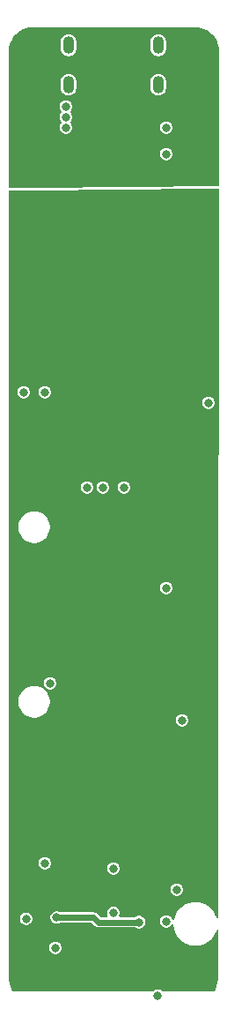
<source format=gbr>
%TF.GenerationSoftware,KiCad,Pcbnew,9.0.3*%
%TF.CreationDate,2025-08-03T17:32:48-04:00*%
%TF.ProjectId,Photon,50686f74-6f6e-42e6-9b69-6361645f7063,rev?*%
%TF.SameCoordinates,Original*%
%TF.FileFunction,Copper,L3,Inr*%
%TF.FilePolarity,Positive*%
%FSLAX46Y46*%
G04 Gerber Fmt 4.6, Leading zero omitted, Abs format (unit mm)*
G04 Created by KiCad (PCBNEW 9.0.3) date 2025-08-03 17:32:48*
%MOMM*%
%LPD*%
G01*
G04 APERTURE LIST*
%TA.AperFunction,ComponentPad*%
%ADD10O,1.100000X1.700000*%
%TD*%
%TA.AperFunction,ViaPad*%
%ADD11C,0.800000*%
%TD*%
%TA.AperFunction,Conductor*%
%ADD12C,0.600000*%
%TD*%
G04 APERTURE END LIST*
D10*
%TO.N,GND*%
%TO.C,P1*%
X57152000Y-26368000D03*
X57152000Y-22568000D03*
X48512000Y-26368000D03*
X48512000Y-22568000D03*
%TD*%
D11*
%TO.N,GND*%
X46736000Y-83820000D03*
X61976000Y-56896000D03*
X58928000Y-103632000D03*
X47244000Y-109220000D03*
X57912000Y-33020000D03*
X57912000Y-30480000D03*
X57912000Y-74676000D03*
X59436000Y-87376000D03*
X51816000Y-65024000D03*
X57107000Y-113792000D03*
X44196000Y-55880000D03*
X46228000Y-55880000D03*
X53848000Y-65024000D03*
%TO.N,/3V6*%
X55880000Y-61976000D03*
X48768000Y-65024000D03*
X57912000Y-61976000D03*
X53848000Y-46228000D03*
X59944000Y-61976000D03*
X48260000Y-69088000D03*
X51562000Y-96774000D03*
X57404000Y-109220000D03*
X48260000Y-80264000D03*
%TO.N,-BATT*%
X55295000Y-106757000D03*
X47377500Y-106305500D03*
X57912000Y-106680000D03*
%TO.N,+BATT*%
X44437000Y-106439000D03*
X50292000Y-65024000D03*
X46228000Y-101092000D03*
X48260000Y-29464000D03*
X48260000Y-28448000D03*
X48260000Y-30480000D03*
%TO.N,VCC*%
X48260000Y-34036000D03*
X58420000Y-29400000D03*
X52832000Y-24384000D03*
%TO.N,/MISO_BTN*%
X52832000Y-105856000D03*
X52832000Y-101600000D03*
%TD*%
D12*
%TO.N,-BATT*%
X50933500Y-106305500D02*
X47377500Y-106305500D01*
X55295000Y-106757000D02*
X51385000Y-106757000D01*
X51385000Y-106757000D02*
X50933500Y-106305500D01*
%TD*%
%TA.AperFunction,Conductor*%
%TO.N,VCC*%
G36*
X45200358Y-20820487D02*
G01*
X45255098Y-20822976D01*
X45266090Y-20820559D01*
X60816519Y-20837546D01*
X60824770Y-20837900D01*
X61077876Y-20859401D01*
X61089508Y-20861090D01*
X61338298Y-20912463D01*
X61349632Y-20915515D01*
X61570757Y-20989411D01*
X61590571Y-20996033D01*
X61601487Y-21000418D01*
X61831161Y-21108938D01*
X61841466Y-21114578D01*
X61959125Y-21188391D01*
X62056652Y-21249574D01*
X62066228Y-21256406D01*
X62263881Y-21415970D01*
X62272578Y-21423889D01*
X62363849Y-21517500D01*
X62405572Y-21560293D01*
X62449909Y-21605766D01*
X62457603Y-21614658D01*
X62495691Y-21664361D01*
X62612117Y-21816293D01*
X62618704Y-21826038D01*
X62669946Y-21912505D01*
X62732761Y-22018503D01*
X62748207Y-22044566D01*
X62753590Y-22055020D01*
X62838801Y-22247856D01*
X62856260Y-22287367D01*
X62860367Y-22298389D01*
X62934758Y-22541282D01*
X62937528Y-22552715D01*
X62982581Y-22802700D01*
X62983976Y-22814379D01*
X62999321Y-23072271D01*
X62999496Y-23078238D01*
X62988137Y-36001232D01*
X62969179Y-36059406D01*
X62919647Y-36095326D01*
X62890147Y-36100140D01*
X45450502Y-36278096D01*
X42881849Y-36304305D01*
X42823468Y-36285992D01*
X42787001Y-36236862D01*
X42781840Y-36205268D01*
X42783529Y-32940943D01*
X57311500Y-32940943D01*
X57311500Y-33099057D01*
X57352423Y-33251784D01*
X57431480Y-33388716D01*
X57543284Y-33500520D01*
X57680216Y-33579577D01*
X57832943Y-33620500D01*
X57832945Y-33620500D01*
X57991055Y-33620500D01*
X57991057Y-33620500D01*
X58143784Y-33579577D01*
X58280716Y-33500520D01*
X58392520Y-33388716D01*
X58471577Y-33251784D01*
X58512500Y-33099057D01*
X58512500Y-32940943D01*
X58471577Y-32788216D01*
X58392520Y-32651284D01*
X58280716Y-32539480D01*
X58143784Y-32460423D01*
X57991057Y-32419500D01*
X57832943Y-32419500D01*
X57680216Y-32460423D01*
X57543284Y-32539480D01*
X57431480Y-32651284D01*
X57352423Y-32788216D01*
X57311500Y-32940943D01*
X42783529Y-32940943D01*
X42785895Y-28368943D01*
X47659500Y-28368943D01*
X47659500Y-28527057D01*
X47700423Y-28679784D01*
X47779480Y-28816716D01*
X47848762Y-28885998D01*
X47876538Y-28940513D01*
X47866967Y-29000945D01*
X47848763Y-29026000D01*
X47779480Y-29095284D01*
X47700423Y-29232216D01*
X47659500Y-29384943D01*
X47659500Y-29543057D01*
X47700423Y-29695784D01*
X47779480Y-29832716D01*
X47848762Y-29901998D01*
X47876538Y-29956513D01*
X47866967Y-30016945D01*
X47848763Y-30042000D01*
X47779480Y-30111284D01*
X47700423Y-30248216D01*
X47659500Y-30400943D01*
X47659500Y-30559057D01*
X47700423Y-30711784D01*
X47779480Y-30848716D01*
X47891284Y-30960520D01*
X48028216Y-31039577D01*
X48180943Y-31080500D01*
X48180945Y-31080500D01*
X48339055Y-31080500D01*
X48339057Y-31080500D01*
X48491784Y-31039577D01*
X48628716Y-30960520D01*
X48740520Y-30848716D01*
X48819577Y-30711784D01*
X48860500Y-30559057D01*
X48860500Y-30400943D01*
X57311500Y-30400943D01*
X57311500Y-30559057D01*
X57352423Y-30711784D01*
X57431480Y-30848716D01*
X57543284Y-30960520D01*
X57680216Y-31039577D01*
X57832943Y-31080500D01*
X57832945Y-31080500D01*
X57991055Y-31080500D01*
X57991057Y-31080500D01*
X58143784Y-31039577D01*
X58280716Y-30960520D01*
X58392520Y-30848716D01*
X58471577Y-30711784D01*
X58512500Y-30559057D01*
X58512500Y-30400943D01*
X58471577Y-30248216D01*
X58392520Y-30111284D01*
X58280716Y-29999480D01*
X58143784Y-29920423D01*
X57991057Y-29879500D01*
X57832943Y-29879500D01*
X57680216Y-29920423D01*
X57543284Y-29999480D01*
X57431480Y-30111284D01*
X57352423Y-30248216D01*
X57311500Y-30400943D01*
X48860500Y-30400943D01*
X48819577Y-30248216D01*
X48740520Y-30111284D01*
X48671237Y-30042001D01*
X48643462Y-29987487D01*
X48653033Y-29927055D01*
X48671236Y-29901999D01*
X48740520Y-29832716D01*
X48819577Y-29695784D01*
X48860500Y-29543057D01*
X48860500Y-29384943D01*
X48819577Y-29232216D01*
X48740520Y-29095284D01*
X48671237Y-29026001D01*
X48643462Y-28971487D01*
X48653033Y-28911055D01*
X48671236Y-28885999D01*
X48740520Y-28816716D01*
X48819577Y-28679784D01*
X48860500Y-28527057D01*
X48860500Y-28368943D01*
X48819577Y-28216216D01*
X48740520Y-28079284D01*
X48628716Y-27967480D01*
X48491784Y-27888423D01*
X48339057Y-27847500D01*
X48180943Y-27847500D01*
X48028216Y-27888423D01*
X47891284Y-27967480D01*
X47779480Y-28079284D01*
X47700423Y-28216216D01*
X47659500Y-28368943D01*
X42785895Y-28368943D01*
X42787124Y-25994081D01*
X47761500Y-25994081D01*
X47761500Y-25994082D01*
X47761500Y-26741918D01*
X47790342Y-26886913D01*
X47846916Y-27023495D01*
X47929049Y-27146416D01*
X48033584Y-27250951D01*
X48156505Y-27333084D01*
X48293087Y-27389658D01*
X48438082Y-27418500D01*
X48438083Y-27418500D01*
X48585917Y-27418500D01*
X48585918Y-27418500D01*
X48730913Y-27389658D01*
X48867495Y-27333084D01*
X48990416Y-27250951D01*
X49094951Y-27146416D01*
X49177084Y-27023495D01*
X49233658Y-26886913D01*
X49262500Y-26741918D01*
X49262500Y-25994082D01*
X49262500Y-25994081D01*
X56401500Y-25994081D01*
X56401500Y-25994082D01*
X56401500Y-26741918D01*
X56430342Y-26886913D01*
X56486916Y-27023495D01*
X56569049Y-27146416D01*
X56673584Y-27250951D01*
X56796505Y-27333084D01*
X56933087Y-27389658D01*
X57078082Y-27418500D01*
X57078083Y-27418500D01*
X57225917Y-27418500D01*
X57225918Y-27418500D01*
X57370913Y-27389658D01*
X57507495Y-27333084D01*
X57630416Y-27250951D01*
X57734951Y-27146416D01*
X57817084Y-27023495D01*
X57873658Y-26886913D01*
X57902500Y-26741918D01*
X57902500Y-25994082D01*
X57873658Y-25849087D01*
X57817084Y-25712505D01*
X57734951Y-25589584D01*
X57630416Y-25485049D01*
X57507495Y-25402916D01*
X57507493Y-25402915D01*
X57370914Y-25346342D01*
X57225918Y-25317500D01*
X57078082Y-25317500D01*
X57078081Y-25317500D01*
X56933085Y-25346342D01*
X56796506Y-25402915D01*
X56673585Y-25485048D01*
X56569048Y-25589585D01*
X56486915Y-25712506D01*
X56430342Y-25849085D01*
X56401500Y-25994081D01*
X49262500Y-25994081D01*
X49233658Y-25849087D01*
X49177084Y-25712505D01*
X49094951Y-25589584D01*
X48990416Y-25485049D01*
X48867495Y-25402916D01*
X48867493Y-25402915D01*
X48730914Y-25346342D01*
X48585918Y-25317500D01*
X48438082Y-25317500D01*
X48438081Y-25317500D01*
X48293085Y-25346342D01*
X48156506Y-25402915D01*
X48033585Y-25485048D01*
X47929048Y-25589585D01*
X47846915Y-25712506D01*
X47790342Y-25849085D01*
X47761500Y-25994081D01*
X42787124Y-25994081D01*
X42788580Y-23180019D01*
X42788615Y-23179892D01*
X42788615Y-23117026D01*
X42788616Y-23117020D01*
X42788806Y-23110931D01*
X42795222Y-23007851D01*
X42805957Y-22835374D01*
X42807480Y-22823186D01*
X42858097Y-22554921D01*
X42861118Y-22543019D01*
X42944614Y-22283085D01*
X42949096Y-22271635D01*
X42960150Y-22247856D01*
X42985147Y-22194081D01*
X47761500Y-22194081D01*
X47761500Y-22941918D01*
X47790342Y-23086914D01*
X47831711Y-23186787D01*
X47846916Y-23223495D01*
X47929049Y-23346416D01*
X48033584Y-23450951D01*
X48156505Y-23533084D01*
X48293087Y-23589658D01*
X48438082Y-23618500D01*
X48438083Y-23618500D01*
X48585917Y-23618500D01*
X48585918Y-23618500D01*
X48730913Y-23589658D01*
X48867495Y-23533084D01*
X48990416Y-23450951D01*
X49094951Y-23346416D01*
X49177084Y-23223495D01*
X49233658Y-23086913D01*
X49262500Y-22941918D01*
X49262500Y-22194082D01*
X49262500Y-22194081D01*
X56401500Y-22194081D01*
X56401500Y-22941918D01*
X56430342Y-23086914D01*
X56471711Y-23186787D01*
X56486916Y-23223495D01*
X56569049Y-23346416D01*
X56673584Y-23450951D01*
X56796505Y-23533084D01*
X56933087Y-23589658D01*
X57078082Y-23618500D01*
X57078083Y-23618500D01*
X57225917Y-23618500D01*
X57225918Y-23618500D01*
X57370913Y-23589658D01*
X57507495Y-23533084D01*
X57630416Y-23450951D01*
X57734951Y-23346416D01*
X57817084Y-23223495D01*
X57873658Y-23086913D01*
X57902500Y-22941918D01*
X57902500Y-22194082D01*
X57873658Y-22049087D01*
X57817084Y-21912505D01*
X57734951Y-21789584D01*
X57630416Y-21685049D01*
X57507495Y-21602916D01*
X57507493Y-21602915D01*
X57370914Y-21546342D01*
X57225918Y-21517500D01*
X57078082Y-21517500D01*
X57078081Y-21517500D01*
X56933085Y-21546342D01*
X56796506Y-21602915D01*
X56673585Y-21685048D01*
X56569048Y-21789585D01*
X56486915Y-21912506D01*
X56430342Y-22049085D01*
X56401500Y-22194081D01*
X49262500Y-22194081D01*
X49233658Y-22049087D01*
X49177084Y-21912505D01*
X49094951Y-21789584D01*
X48990416Y-21685049D01*
X48867495Y-21602916D01*
X48867493Y-21602915D01*
X48730914Y-21546342D01*
X48585918Y-21517500D01*
X48438082Y-21517500D01*
X48438081Y-21517500D01*
X48293085Y-21546342D01*
X48156506Y-21602915D01*
X48033585Y-21685048D01*
X47929048Y-21789585D01*
X47846915Y-21912506D01*
X47790342Y-22049085D01*
X47761500Y-22194081D01*
X42985147Y-22194081D01*
X43064172Y-22024081D01*
X43070025Y-22013297D01*
X43214924Y-21781902D01*
X43222077Y-21771917D01*
X43394545Y-21560285D01*
X43402878Y-21551266D01*
X43600264Y-21362650D01*
X43609647Y-21354739D01*
X43828891Y-21192059D01*
X43839190Y-21185367D01*
X44076923Y-21051125D01*
X44087963Y-21045766D01*
X44340506Y-20942042D01*
X44352133Y-20938092D01*
X44615574Y-20866489D01*
X44627615Y-20864007D01*
X44897915Y-20825622D01*
X44910152Y-20824656D01*
X45160908Y-20820458D01*
X45162460Y-20820445D01*
X45200358Y-20820487D01*
G37*
%TD.AperFunction*%
%TD*%
%TA.AperFunction,Conductor*%
%TO.N,/3V6*%
G36*
X62946959Y-36340907D02*
G01*
X62982923Y-36390407D01*
X62987767Y-36421084D01*
X62942655Y-87744715D01*
X62926368Y-106274199D01*
X62907410Y-106332373D01*
X62857878Y-106368293D01*
X62796693Y-106368240D01*
X62747224Y-106332232D01*
X62731741Y-106299735D01*
X62720389Y-106257368D01*
X62615019Y-106002983D01*
X62566066Y-105918194D01*
X62477343Y-105764521D01*
X62309722Y-105546072D01*
X62115022Y-105351372D01*
X61896573Y-105183751D01*
X61658115Y-105046077D01*
X61658110Y-105046074D01*
X61403725Y-104940704D01*
X61282615Y-104908253D01*
X61137760Y-104869440D01*
X61137753Y-104869439D01*
X60864769Y-104833500D01*
X60864768Y-104833500D01*
X60589420Y-104833500D01*
X60589418Y-104833500D01*
X60316434Y-104869439D01*
X60316432Y-104869439D01*
X60316428Y-104869440D01*
X60215899Y-104896376D01*
X60050462Y-104940704D01*
X59796077Y-105046074D01*
X59557611Y-105183753D01*
X59339169Y-105351369D01*
X59144463Y-105546075D01*
X58976847Y-105764517D01*
X58839168Y-106002983D01*
X58733798Y-106257368D01*
X58672746Y-106485223D01*
X58639422Y-106536537D01*
X58582300Y-106558464D01*
X58523200Y-106542628D01*
X58484695Y-106495079D01*
X58481496Y-106485234D01*
X58471577Y-106448216D01*
X58392520Y-106311284D01*
X58280716Y-106199480D01*
X58143784Y-106120423D01*
X57991057Y-106079500D01*
X57832943Y-106079500D01*
X57680216Y-106120423D01*
X57543284Y-106199480D01*
X57431480Y-106311284D01*
X57352423Y-106448216D01*
X57311500Y-106600943D01*
X57311500Y-106759057D01*
X57352423Y-106911784D01*
X57431480Y-107048716D01*
X57543284Y-107160520D01*
X57680216Y-107239577D01*
X57832943Y-107280500D01*
X57832945Y-107280500D01*
X57991055Y-107280500D01*
X57991057Y-107280500D01*
X58143784Y-107239577D01*
X58280716Y-107160520D01*
X58392520Y-107048716D01*
X58441858Y-106963258D01*
X58487327Y-106922318D01*
X58548177Y-106915922D01*
X58601165Y-106946515D01*
X58626052Y-107002410D01*
X58626594Y-107012759D01*
X58626594Y-107071675D01*
X58654086Y-107280500D01*
X58662534Y-107344666D01*
X58701347Y-107489521D01*
X58733798Y-107610631D01*
X58839168Y-107865016D01*
X58839171Y-107865021D01*
X58976845Y-108103479D01*
X59144466Y-108321928D01*
X59339166Y-108516628D01*
X59557615Y-108684249D01*
X59796073Y-108821923D01*
X59796074Y-108821923D01*
X59796077Y-108821925D01*
X59866956Y-108851284D01*
X60050462Y-108927295D01*
X60316428Y-108998560D01*
X60589420Y-109034500D01*
X60589421Y-109034500D01*
X60864767Y-109034500D01*
X60864768Y-109034500D01*
X61137760Y-108998560D01*
X61403726Y-108927295D01*
X61658115Y-108821923D01*
X61896573Y-108684249D01*
X62115022Y-108516628D01*
X62309722Y-108321928D01*
X62477343Y-108103479D01*
X62615017Y-107865021D01*
X62720389Y-107610632D01*
X62730577Y-107572608D01*
X62763900Y-107521294D01*
X62821022Y-107499367D01*
X62880122Y-107515202D01*
X62918628Y-107562752D01*
X62925204Y-107598318D01*
X62921429Y-111892422D01*
X62921429Y-111892423D01*
X62921423Y-111899028D01*
X62921367Y-111899240D01*
X62921367Y-111962447D01*
X62921364Y-111962455D01*
X62921211Y-111967910D01*
X62903755Y-112278720D01*
X62902512Y-112289752D01*
X62850834Y-112593912D01*
X62848364Y-112604736D01*
X62762951Y-112901207D01*
X62759284Y-112911686D01*
X62641217Y-113196725D01*
X62636400Y-113206727D01*
X62551752Y-113359888D01*
X62507057Y-113401672D01*
X62465105Y-113411000D01*
X57616244Y-113411000D01*
X57558053Y-113392093D01*
X57546241Y-113382004D01*
X57475718Y-113311482D01*
X57475716Y-113311480D01*
X57338784Y-113232423D01*
X57186057Y-113191500D01*
X57027943Y-113191500D01*
X56940882Y-113214828D01*
X56875216Y-113232423D01*
X56738281Y-113311482D01*
X56667759Y-113382004D01*
X56613242Y-113409781D01*
X56597756Y-113411000D01*
X43198865Y-113411000D01*
X43178471Y-113404373D01*
X43157184Y-113401798D01*
X43150000Y-113395123D01*
X43140674Y-113392093D01*
X43112364Y-113360151D01*
X43031471Y-113214822D01*
X43026640Y-113204869D01*
X43023235Y-113196725D01*
X42907957Y-112921018D01*
X42904272Y-112910603D01*
X42818019Y-112615265D01*
X42815518Y-112604499D01*
X42762778Y-112301371D01*
X42761495Y-112290393D01*
X42742814Y-111981380D01*
X42742635Y-111975391D01*
X42744102Y-109140943D01*
X46643500Y-109140943D01*
X46643500Y-109299057D01*
X46684423Y-109451784D01*
X46763480Y-109588716D01*
X46875284Y-109700520D01*
X47012216Y-109779577D01*
X47164943Y-109820500D01*
X47164945Y-109820500D01*
X47323055Y-109820500D01*
X47323057Y-109820500D01*
X47475784Y-109779577D01*
X47612716Y-109700520D01*
X47724520Y-109588716D01*
X47803577Y-109451784D01*
X47844500Y-109299057D01*
X47844500Y-109140943D01*
X47803577Y-108988216D01*
X47724520Y-108851284D01*
X47612716Y-108739480D01*
X47475784Y-108660423D01*
X47323057Y-108619500D01*
X47164943Y-108619500D01*
X47012216Y-108660423D01*
X46875284Y-108739480D01*
X46763480Y-108851284D01*
X46684423Y-108988216D01*
X46643500Y-109140943D01*
X42744102Y-109140943D01*
X42745541Y-106359943D01*
X43836500Y-106359943D01*
X43836500Y-106518057D01*
X43877423Y-106670784D01*
X43956480Y-106807716D01*
X44068284Y-106919520D01*
X44205216Y-106998577D01*
X44357943Y-107039500D01*
X44357945Y-107039500D01*
X44516055Y-107039500D01*
X44516057Y-107039500D01*
X44668784Y-106998577D01*
X44805716Y-106919520D01*
X44917520Y-106807716D01*
X44996577Y-106670784D01*
X45037500Y-106518057D01*
X45037500Y-106359943D01*
X45001729Y-106226443D01*
X46777000Y-106226443D01*
X46777000Y-106384557D01*
X46817923Y-106537284D01*
X46896980Y-106674216D01*
X47008784Y-106786020D01*
X47145716Y-106865077D01*
X47298443Y-106906000D01*
X47298445Y-106906000D01*
X47456555Y-106906000D01*
X47456557Y-106906000D01*
X47609284Y-106865077D01*
X47688637Y-106819262D01*
X47738136Y-106806000D01*
X50685178Y-106806000D01*
X50743369Y-106824907D01*
X50755182Y-106834996D01*
X50984500Y-107064314D01*
X50984499Y-107064314D01*
X51077685Y-107157499D01*
X51077690Y-107157503D01*
X51191810Y-107223390D01*
X51191808Y-107223390D01*
X51191812Y-107223391D01*
X51191814Y-107223392D01*
X51319107Y-107257500D01*
X51319108Y-107257500D01*
X54934364Y-107257500D01*
X54983862Y-107270762D01*
X55063216Y-107316577D01*
X55215943Y-107357500D01*
X55215945Y-107357500D01*
X55374055Y-107357500D01*
X55374057Y-107357500D01*
X55526784Y-107316577D01*
X55663716Y-107237520D01*
X55775520Y-107125716D01*
X55854577Y-106988784D01*
X55895500Y-106836057D01*
X55895500Y-106677943D01*
X55854577Y-106525216D01*
X55775520Y-106388284D01*
X55663716Y-106276480D01*
X55526784Y-106197423D01*
X55374057Y-106156500D01*
X55215943Y-106156500D01*
X55063216Y-106197423D01*
X54983862Y-106243237D01*
X54934364Y-106256500D01*
X53465642Y-106256500D01*
X53407451Y-106237593D01*
X53371487Y-106188093D01*
X53371487Y-106126907D01*
X53379905Y-106108001D01*
X53391576Y-106087785D01*
X53391577Y-106087784D01*
X53432500Y-105935057D01*
X53432500Y-105776943D01*
X53391577Y-105624216D01*
X53312520Y-105487284D01*
X53200716Y-105375480D01*
X53063784Y-105296423D01*
X52911057Y-105255500D01*
X52752943Y-105255500D01*
X52600216Y-105296423D01*
X52463284Y-105375480D01*
X52351480Y-105487284D01*
X52272423Y-105624216D01*
X52231500Y-105776943D01*
X52231500Y-105935057D01*
X52272423Y-106087784D01*
X52272424Y-106087785D01*
X52272423Y-106087785D01*
X52284095Y-106108001D01*
X52296816Y-106167850D01*
X52271929Y-106223745D01*
X52218940Y-106254337D01*
X52198358Y-106256500D01*
X51633322Y-106256500D01*
X51575131Y-106237593D01*
X51563319Y-106227504D01*
X51240814Y-105905000D01*
X51240809Y-105904996D01*
X51126689Y-105839109D01*
X51126691Y-105839109D01*
X51073959Y-105824980D01*
X50999392Y-105805000D01*
X50999390Y-105805000D01*
X47738136Y-105805000D01*
X47688637Y-105791737D01*
X47609284Y-105745923D01*
X47456557Y-105705000D01*
X47298443Y-105705000D01*
X47145716Y-105745923D01*
X47008784Y-105824980D01*
X46896980Y-105936784D01*
X46817923Y-106073716D01*
X46777000Y-106226443D01*
X45001729Y-106226443D01*
X44996577Y-106207216D01*
X44917520Y-106070284D01*
X44805716Y-105958480D01*
X44668784Y-105879423D01*
X44516057Y-105838500D01*
X44357943Y-105838500D01*
X44205216Y-105879423D01*
X44068284Y-105958480D01*
X43956480Y-106070284D01*
X43877423Y-106207216D01*
X43836500Y-106359943D01*
X42745541Y-106359943D01*
X42746912Y-103711055D01*
X42746994Y-103552943D01*
X58327500Y-103552943D01*
X58327500Y-103711057D01*
X58368423Y-103863784D01*
X58447480Y-104000716D01*
X58559284Y-104112520D01*
X58696216Y-104191577D01*
X58848943Y-104232500D01*
X58848945Y-104232500D01*
X59007055Y-104232500D01*
X59007057Y-104232500D01*
X59159784Y-104191577D01*
X59296716Y-104112520D01*
X59408520Y-104000716D01*
X59487577Y-103863784D01*
X59528500Y-103711057D01*
X59528500Y-103552943D01*
X59487577Y-103400216D01*
X59408520Y-103263284D01*
X59296716Y-103151480D01*
X59159784Y-103072423D01*
X59007057Y-103031500D01*
X58848943Y-103031500D01*
X58696216Y-103072423D01*
X58559284Y-103151480D01*
X58447480Y-103263284D01*
X58368423Y-103400216D01*
X58327500Y-103552943D01*
X42746994Y-103552943D01*
X42746997Y-103546403D01*
X42748253Y-101119480D01*
X42748308Y-101012943D01*
X45627500Y-101012943D01*
X45627500Y-101171057D01*
X45668423Y-101323784D01*
X45747480Y-101460716D01*
X45859284Y-101572520D01*
X45996216Y-101651577D01*
X46148943Y-101692500D01*
X46148945Y-101692500D01*
X46307055Y-101692500D01*
X46307057Y-101692500D01*
X46459784Y-101651577D01*
X46596716Y-101572520D01*
X46648293Y-101520943D01*
X52231500Y-101520943D01*
X52231500Y-101679057D01*
X52272423Y-101831784D01*
X52351480Y-101968716D01*
X52463284Y-102080520D01*
X52600216Y-102159577D01*
X52752943Y-102200500D01*
X52752945Y-102200500D01*
X52911055Y-102200500D01*
X52911057Y-102200500D01*
X53063784Y-102159577D01*
X53200716Y-102080520D01*
X53312520Y-101968716D01*
X53391577Y-101831784D01*
X53432500Y-101679057D01*
X53432500Y-101520943D01*
X53391577Y-101368216D01*
X53312520Y-101231284D01*
X53200716Y-101119480D01*
X53063784Y-101040423D01*
X52911057Y-100999500D01*
X52752943Y-100999500D01*
X52600216Y-101040423D01*
X52463284Y-101119480D01*
X52351480Y-101231284D01*
X52272423Y-101368216D01*
X52231500Y-101520943D01*
X46648293Y-101520943D01*
X46708520Y-101460716D01*
X46787577Y-101323784D01*
X46828500Y-101171057D01*
X46828500Y-101012943D01*
X46787577Y-100860216D01*
X46708520Y-100723284D01*
X46596716Y-100611480D01*
X46459784Y-100532423D01*
X46307057Y-100491500D01*
X46148943Y-100491500D01*
X45996216Y-100532423D01*
X45859284Y-100611480D01*
X45747480Y-100723284D01*
X45668423Y-100860216D01*
X45627500Y-101012943D01*
X42748308Y-101012943D01*
X42755404Y-87296943D01*
X58835500Y-87296943D01*
X58835500Y-87455057D01*
X58876423Y-87607784D01*
X58955480Y-87744716D01*
X59067284Y-87856520D01*
X59204216Y-87935577D01*
X59356943Y-87976500D01*
X59356945Y-87976500D01*
X59515055Y-87976500D01*
X59515057Y-87976500D01*
X59667784Y-87935577D01*
X59804716Y-87856520D01*
X59916520Y-87744716D01*
X59995577Y-87607784D01*
X60036500Y-87455057D01*
X60036500Y-87296943D01*
X59995577Y-87144216D01*
X59916520Y-87007284D01*
X59804716Y-86895480D01*
X59667784Y-86816423D01*
X59515057Y-86775500D01*
X59356943Y-86775500D01*
X59204216Y-86816423D01*
X59067284Y-86895480D01*
X58955480Y-87007284D01*
X58876423Y-87144216D01*
X58835500Y-87296943D01*
X42755404Y-87296943D01*
X42756345Y-85478645D01*
X43695500Y-85478645D01*
X43695500Y-85717354D01*
X43732840Y-85953110D01*
X43732842Y-85953115D01*
X43806605Y-86180134D01*
X43914973Y-86392819D01*
X44055279Y-86585933D01*
X44224067Y-86754721D01*
X44417181Y-86895027D01*
X44629866Y-87003395D01*
X44856885Y-87077158D01*
X44856886Y-87077158D01*
X44856889Y-87077159D01*
X45092646Y-87114500D01*
X45092649Y-87114500D01*
X45331354Y-87114500D01*
X45567110Y-87077159D01*
X45567111Y-87077158D01*
X45567115Y-87077158D01*
X45794134Y-87003395D01*
X46006819Y-86895027D01*
X46199933Y-86754721D01*
X46368721Y-86585933D01*
X46509027Y-86392819D01*
X46617395Y-86180134D01*
X46691158Y-85953115D01*
X46697699Y-85911817D01*
X46728500Y-85717354D01*
X46728500Y-85478645D01*
X46691159Y-85242889D01*
X46673658Y-85189026D01*
X46617395Y-85015866D01*
X46509027Y-84803181D01*
X46368721Y-84610067D01*
X46199933Y-84441279D01*
X46006819Y-84300973D01*
X46006818Y-84300972D01*
X46006816Y-84300971D01*
X45794134Y-84192605D01*
X45567110Y-84118840D01*
X45331354Y-84081500D01*
X45331351Y-84081500D01*
X45092649Y-84081500D01*
X45092646Y-84081500D01*
X44856889Y-84118840D01*
X44629865Y-84192605D01*
X44417183Y-84300971D01*
X44224068Y-84441278D01*
X44055278Y-84610068D01*
X43914971Y-84803183D01*
X43806605Y-85015865D01*
X43732840Y-85242889D01*
X43695500Y-85478645D01*
X42756345Y-85478645D01*
X42757244Y-83740943D01*
X46135500Y-83740943D01*
X46135500Y-83899057D01*
X46176423Y-84051784D01*
X46255480Y-84188716D01*
X46367284Y-84300520D01*
X46504216Y-84379577D01*
X46656943Y-84420500D01*
X46656945Y-84420500D01*
X46815055Y-84420500D01*
X46815057Y-84420500D01*
X46967784Y-84379577D01*
X47104716Y-84300520D01*
X47216520Y-84188716D01*
X47295577Y-84051784D01*
X47336500Y-83899057D01*
X47336500Y-83740943D01*
X47295577Y-83588216D01*
X47216520Y-83451284D01*
X47104716Y-83339480D01*
X46967784Y-83260423D01*
X46815057Y-83219500D01*
X46656943Y-83219500D01*
X46504216Y-83260423D01*
X46367284Y-83339480D01*
X46255480Y-83451284D01*
X46176423Y-83588216D01*
X46135500Y-83740943D01*
X42757244Y-83740943D01*
X42761975Y-74596943D01*
X57311500Y-74596943D01*
X57311500Y-74755057D01*
X57352423Y-74907784D01*
X57431480Y-75044716D01*
X57543284Y-75156520D01*
X57680216Y-75235577D01*
X57832943Y-75276500D01*
X57832945Y-75276500D01*
X57991055Y-75276500D01*
X57991057Y-75276500D01*
X58143784Y-75235577D01*
X58280716Y-75156520D01*
X58392520Y-75044716D01*
X58471577Y-74907784D01*
X58512500Y-74755057D01*
X58512500Y-74596943D01*
X58471577Y-74444216D01*
X58392520Y-74307284D01*
X58280716Y-74195480D01*
X58143784Y-74116423D01*
X57991057Y-74075500D01*
X57832943Y-74075500D01*
X57680216Y-74116423D01*
X57543284Y-74195480D01*
X57431480Y-74307284D01*
X57352423Y-74444216D01*
X57311500Y-74596943D01*
X42761975Y-74596943D01*
X42765019Y-68714645D01*
X43695500Y-68714645D01*
X43695500Y-68953354D01*
X43732840Y-69189110D01*
X43732842Y-69189115D01*
X43806605Y-69416134D01*
X43914973Y-69628819D01*
X44055279Y-69821933D01*
X44224067Y-69990721D01*
X44417181Y-70131027D01*
X44629866Y-70239395D01*
X44856885Y-70313158D01*
X44856886Y-70313158D01*
X44856889Y-70313159D01*
X45092646Y-70350500D01*
X45092649Y-70350500D01*
X45331354Y-70350500D01*
X45567110Y-70313159D01*
X45567111Y-70313158D01*
X45567115Y-70313158D01*
X45794134Y-70239395D01*
X46006819Y-70131027D01*
X46199933Y-69990721D01*
X46368721Y-69821933D01*
X46509027Y-69628819D01*
X46617395Y-69416134D01*
X46691158Y-69189115D01*
X46697699Y-69147817D01*
X46728500Y-68953354D01*
X46728500Y-68714645D01*
X46691159Y-68478889D01*
X46673658Y-68425026D01*
X46617395Y-68251866D01*
X46509027Y-68039181D01*
X46368721Y-67846067D01*
X46199933Y-67677279D01*
X46006819Y-67536973D01*
X46006818Y-67536972D01*
X46006816Y-67536971D01*
X45794134Y-67428605D01*
X45567110Y-67354840D01*
X45331354Y-67317500D01*
X45331351Y-67317500D01*
X45092649Y-67317500D01*
X45092646Y-67317500D01*
X44856889Y-67354840D01*
X44629865Y-67428605D01*
X44417183Y-67536971D01*
X44224068Y-67677278D01*
X44055278Y-67846068D01*
X43914971Y-68039183D01*
X43806605Y-68251865D01*
X43732840Y-68478889D01*
X43695500Y-68714645D01*
X42765019Y-68714645D01*
X42766970Y-64944943D01*
X49691500Y-64944943D01*
X49691500Y-65103057D01*
X49732423Y-65255784D01*
X49811480Y-65392716D01*
X49923284Y-65504520D01*
X50060216Y-65583577D01*
X50212943Y-65624500D01*
X50212945Y-65624500D01*
X50371055Y-65624500D01*
X50371057Y-65624500D01*
X50523784Y-65583577D01*
X50660716Y-65504520D01*
X50772520Y-65392716D01*
X50851577Y-65255784D01*
X50892500Y-65103057D01*
X50892500Y-64944943D01*
X51215500Y-64944943D01*
X51215500Y-65103057D01*
X51256423Y-65255784D01*
X51335480Y-65392716D01*
X51447284Y-65504520D01*
X51584216Y-65583577D01*
X51736943Y-65624500D01*
X51736945Y-65624500D01*
X51895055Y-65624500D01*
X51895057Y-65624500D01*
X52047784Y-65583577D01*
X52184716Y-65504520D01*
X52296520Y-65392716D01*
X52375577Y-65255784D01*
X52416500Y-65103057D01*
X52416500Y-64944943D01*
X53247500Y-64944943D01*
X53247500Y-65103057D01*
X53288423Y-65255784D01*
X53367480Y-65392716D01*
X53479284Y-65504520D01*
X53616216Y-65583577D01*
X53768943Y-65624500D01*
X53768945Y-65624500D01*
X53927055Y-65624500D01*
X53927057Y-65624500D01*
X54079784Y-65583577D01*
X54216716Y-65504520D01*
X54328520Y-65392716D01*
X54407577Y-65255784D01*
X54448500Y-65103057D01*
X54448500Y-64944943D01*
X54407577Y-64792216D01*
X54328520Y-64655284D01*
X54216716Y-64543480D01*
X54079784Y-64464423D01*
X53927057Y-64423500D01*
X53768943Y-64423500D01*
X53616216Y-64464423D01*
X53479284Y-64543480D01*
X53367480Y-64655284D01*
X53288423Y-64792216D01*
X53247500Y-64944943D01*
X52416500Y-64944943D01*
X52375577Y-64792216D01*
X52296520Y-64655284D01*
X52184716Y-64543480D01*
X52047784Y-64464423D01*
X51895057Y-64423500D01*
X51736943Y-64423500D01*
X51584216Y-64464423D01*
X51447284Y-64543480D01*
X51335480Y-64655284D01*
X51256423Y-64792216D01*
X51215500Y-64944943D01*
X50892500Y-64944943D01*
X50851577Y-64792216D01*
X50772520Y-64655284D01*
X50660716Y-64543480D01*
X50523784Y-64464423D01*
X50371057Y-64423500D01*
X50212943Y-64423500D01*
X50060216Y-64464423D01*
X49923284Y-64543480D01*
X49811480Y-64655284D01*
X49732423Y-64792216D01*
X49691500Y-64944943D01*
X42766970Y-64944943D01*
X42771175Y-56816943D01*
X61375500Y-56816943D01*
X61375500Y-56975057D01*
X61416423Y-57127784D01*
X61495480Y-57264716D01*
X61607284Y-57376520D01*
X61744216Y-57455577D01*
X61896943Y-57496500D01*
X61896945Y-57496500D01*
X62055055Y-57496500D01*
X62055057Y-57496500D01*
X62207784Y-57455577D01*
X62344716Y-57376520D01*
X62456520Y-57264716D01*
X62535577Y-57127784D01*
X62576500Y-56975057D01*
X62576500Y-56816943D01*
X62535577Y-56664216D01*
X62456520Y-56527284D01*
X62344716Y-56415480D01*
X62207784Y-56336423D01*
X62055057Y-56295500D01*
X61896943Y-56295500D01*
X61744216Y-56336423D01*
X61607284Y-56415480D01*
X61495480Y-56527284D01*
X61416423Y-56664216D01*
X61375500Y-56816943D01*
X42771175Y-56816943D01*
X42771701Y-55800943D01*
X43595500Y-55800943D01*
X43595500Y-55959057D01*
X43636423Y-56111784D01*
X43715480Y-56248716D01*
X43827284Y-56360520D01*
X43964216Y-56439577D01*
X44116943Y-56480500D01*
X44116945Y-56480500D01*
X44275055Y-56480500D01*
X44275057Y-56480500D01*
X44427784Y-56439577D01*
X44564716Y-56360520D01*
X44676520Y-56248716D01*
X44755577Y-56111784D01*
X44796500Y-55959057D01*
X44796500Y-55800943D01*
X45627500Y-55800943D01*
X45627500Y-55959057D01*
X45668423Y-56111784D01*
X45747480Y-56248716D01*
X45859284Y-56360520D01*
X45996216Y-56439577D01*
X46148943Y-56480500D01*
X46148945Y-56480500D01*
X46307055Y-56480500D01*
X46307057Y-56480500D01*
X46459784Y-56439577D01*
X46596716Y-56360520D01*
X46708520Y-56248716D01*
X46787577Y-56111784D01*
X46828500Y-55959057D01*
X46828500Y-55800943D01*
X46787577Y-55648216D01*
X46708520Y-55511284D01*
X46596716Y-55399480D01*
X46459784Y-55320423D01*
X46307057Y-55279500D01*
X46148943Y-55279500D01*
X45996216Y-55320423D01*
X45859284Y-55399480D01*
X45747480Y-55511284D01*
X45668423Y-55648216D01*
X45627500Y-55800943D01*
X44796500Y-55800943D01*
X44755577Y-55648216D01*
X44676520Y-55511284D01*
X44564716Y-55399480D01*
X44427784Y-55320423D01*
X44275057Y-55279500D01*
X44116943Y-55279500D01*
X43964216Y-55320423D01*
X43827284Y-55399480D01*
X43715480Y-55511284D01*
X43636423Y-55648216D01*
X43595500Y-55800943D01*
X42771701Y-55800943D01*
X42781631Y-36608745D01*
X42800568Y-36550567D01*
X42850087Y-36514629D01*
X42880068Y-36510938D01*
X42880057Y-36509834D01*
X45452599Y-36483585D01*
X61287400Y-36322005D01*
X61288410Y-36322000D01*
X62888768Y-36322000D01*
X62946959Y-36340907D01*
G37*
%TD.AperFunction*%
%TD*%
M02*

</source>
